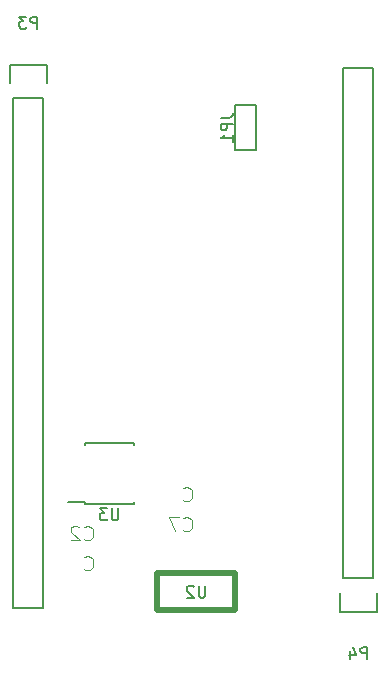
<source format=gbr>
G04 #@! TF.FileFunction,Legend,Bot*
%FSLAX46Y46*%
G04 Gerber Fmt 4.6, Leading zero omitted, Abs format (unit mm)*
G04 Created by KiCad (PCBNEW 4.0.4-stable) date 11/06/16 21:39:48*
%MOMM*%
%LPD*%
G01*
G04 APERTURE LIST*
%ADD10C,0.100000*%
%ADD11C,0.500000*%
%ADD12C,0.150000*%
%ADD13C,0.101600*%
G04 APERTURE END LIST*
D10*
D11*
X13464000Y-44014000D02*
X13464000Y-47114000D01*
X20064000Y-44014000D02*
X20064000Y-47114000D01*
X20064000Y-47114000D02*
X13464000Y-47114000D01*
X20064000Y-44014000D02*
X13464000Y-44014000D01*
D12*
X7323000Y-38135000D02*
X7323000Y-37990000D01*
X11473000Y-38135000D02*
X11473000Y-37990000D01*
X11473000Y-32985000D02*
X11473000Y-33130000D01*
X7323000Y-32985000D02*
X7323000Y-33130000D01*
X7323000Y-38135000D02*
X11473000Y-38135000D01*
X7323000Y-32985000D02*
X11473000Y-32985000D01*
X7323000Y-37990000D02*
X5923000Y-37990000D01*
X1270000Y-3810000D02*
X1270000Y-46990000D01*
X1270000Y-46990000D02*
X3810000Y-46990000D01*
X3810000Y-46990000D02*
X3810000Y-3810000D01*
X990000Y-990000D02*
X990000Y-2540000D01*
X1270000Y-3810000D02*
X3810000Y-3810000D01*
X4090000Y-2540000D02*
X4090000Y-990000D01*
X4090000Y-990000D02*
X990000Y-990000D01*
X31750000Y-44450000D02*
X31750000Y-1270000D01*
X31750000Y-1270000D02*
X29210000Y-1270000D01*
X29210000Y-1270000D02*
X29210000Y-44450000D01*
X32030000Y-47270000D02*
X32030000Y-45720000D01*
X31750000Y-44450000D02*
X29210000Y-44450000D01*
X28930000Y-45720000D02*
X28930000Y-47270000D01*
X28930000Y-47270000D02*
X32030000Y-47270000D01*
X21789000Y-4395000D02*
X21789000Y-8205000D01*
X21789000Y-8205000D02*
X20011000Y-8205000D01*
X20011000Y-8205000D02*
X20011000Y-4395000D01*
X21789000Y-4395000D02*
X20011000Y-4395000D01*
X17525905Y-45066381D02*
X17525905Y-45875905D01*
X17478286Y-45971143D01*
X17430667Y-46018762D01*
X17335429Y-46066381D01*
X17144952Y-46066381D01*
X17049714Y-46018762D01*
X17002095Y-45971143D01*
X16954476Y-45875905D01*
X16954476Y-45066381D01*
X16525905Y-45161619D02*
X16478286Y-45114000D01*
X16383048Y-45066381D01*
X16144952Y-45066381D01*
X16049714Y-45114000D01*
X16002095Y-45161619D01*
X15954476Y-45256857D01*
X15954476Y-45352095D01*
X16002095Y-45494952D01*
X16573524Y-46066381D01*
X15954476Y-46066381D01*
D13*
X7278310Y-41102643D02*
X7335762Y-41160095D01*
X7508119Y-41217548D01*
X7623024Y-41217548D01*
X7795381Y-41160095D01*
X7910286Y-41045190D01*
X7967738Y-40930286D01*
X8025190Y-40700476D01*
X8025190Y-40528119D01*
X7967738Y-40298310D01*
X7910286Y-40183405D01*
X7795381Y-40068500D01*
X7623024Y-40011048D01*
X7508119Y-40011048D01*
X7335762Y-40068500D01*
X7278310Y-40125952D01*
X6818690Y-40125952D02*
X6761238Y-40068500D01*
X6646333Y-40011048D01*
X6359071Y-40011048D01*
X6244167Y-40068500D01*
X6186714Y-40125952D01*
X6129262Y-40240857D01*
X6129262Y-40355762D01*
X6186714Y-40528119D01*
X6876143Y-41217548D01*
X6129262Y-41217548D01*
X7278310Y-43642643D02*
X7335762Y-43700095D01*
X7508119Y-43757548D01*
X7623024Y-43757548D01*
X7795381Y-43700095D01*
X7910286Y-43585190D01*
X7967738Y-43470286D01*
X8025190Y-43240476D01*
X8025190Y-43068119D01*
X7967738Y-42838310D01*
X7910286Y-42723405D01*
X7795381Y-42608500D01*
X7623024Y-42551048D01*
X7508119Y-42551048D01*
X7335762Y-42608500D01*
X7278310Y-42665952D01*
X15660310Y-40340643D02*
X15717762Y-40398095D01*
X15890119Y-40455548D01*
X16005024Y-40455548D01*
X16177381Y-40398095D01*
X16292286Y-40283190D01*
X16349738Y-40168286D01*
X16407190Y-39938476D01*
X16407190Y-39766119D01*
X16349738Y-39536310D01*
X16292286Y-39421405D01*
X16177381Y-39306500D01*
X16005024Y-39249048D01*
X15890119Y-39249048D01*
X15717762Y-39306500D01*
X15660310Y-39363952D01*
X15258143Y-39249048D02*
X14453810Y-39249048D01*
X14970881Y-40455548D01*
X15660310Y-37800643D02*
X15717762Y-37858095D01*
X15890119Y-37915548D01*
X16005024Y-37915548D01*
X16177381Y-37858095D01*
X16292286Y-37743190D01*
X16349738Y-37628286D01*
X16407190Y-37398476D01*
X16407190Y-37226119D01*
X16349738Y-36996310D01*
X16292286Y-36881405D01*
X16177381Y-36766500D01*
X16005024Y-36709048D01*
X15890119Y-36709048D01*
X15717762Y-36766500D01*
X15660310Y-36823952D01*
D12*
X10159905Y-38512381D02*
X10159905Y-39321905D01*
X10112286Y-39417143D01*
X10064667Y-39464762D01*
X9969429Y-39512381D01*
X9778952Y-39512381D01*
X9683714Y-39464762D01*
X9636095Y-39417143D01*
X9588476Y-39321905D01*
X9588476Y-38512381D01*
X9207524Y-38512381D02*
X8588476Y-38512381D01*
X8921810Y-38893333D01*
X8778952Y-38893333D01*
X8683714Y-38940952D01*
X8636095Y-38988571D01*
X8588476Y-39083810D01*
X8588476Y-39321905D01*
X8636095Y-39417143D01*
X8683714Y-39464762D01*
X8778952Y-39512381D01*
X9064667Y-39512381D01*
X9159905Y-39464762D01*
X9207524Y-39417143D01*
X3278095Y2107619D02*
X3278095Y3107619D01*
X2897142Y3107619D01*
X2801904Y3060000D01*
X2754285Y3012381D01*
X2706666Y2917143D01*
X2706666Y2774286D01*
X2754285Y2679048D01*
X2801904Y2631429D01*
X2897142Y2583810D01*
X3278095Y2583810D01*
X2373333Y3107619D02*
X1754285Y3107619D01*
X2087619Y2726667D01*
X1944761Y2726667D01*
X1849523Y2679048D01*
X1801904Y2631429D01*
X1754285Y2536190D01*
X1754285Y2298095D01*
X1801904Y2202857D01*
X1849523Y2155238D01*
X1944761Y2107619D01*
X2230476Y2107619D01*
X2325714Y2155238D01*
X2373333Y2202857D01*
X31218095Y-51272381D02*
X31218095Y-50272381D01*
X30837142Y-50272381D01*
X30741904Y-50320000D01*
X30694285Y-50367619D01*
X30646666Y-50462857D01*
X30646666Y-50605714D01*
X30694285Y-50700952D01*
X30741904Y-50748571D01*
X30837142Y-50796190D01*
X31218095Y-50796190D01*
X29789523Y-50605714D02*
X29789523Y-51272381D01*
X30027619Y-50224762D02*
X30265714Y-50939048D01*
X29646666Y-50939048D01*
X18828381Y-5466667D02*
X19542667Y-5466667D01*
X19685524Y-5419047D01*
X19780762Y-5323809D01*
X19828381Y-5180952D01*
X19828381Y-5085714D01*
X19828381Y-5942857D02*
X18828381Y-5942857D01*
X18828381Y-6323810D01*
X18876000Y-6419048D01*
X18923619Y-6466667D01*
X19018857Y-6514286D01*
X19161714Y-6514286D01*
X19256952Y-6466667D01*
X19304571Y-6419048D01*
X19352190Y-6323810D01*
X19352190Y-5942857D01*
X19828381Y-7466667D02*
X19828381Y-6895238D01*
X19828381Y-7180952D02*
X18828381Y-7180952D01*
X18971238Y-7085714D01*
X19066476Y-6990476D01*
X19114095Y-6895238D01*
M02*

</source>
